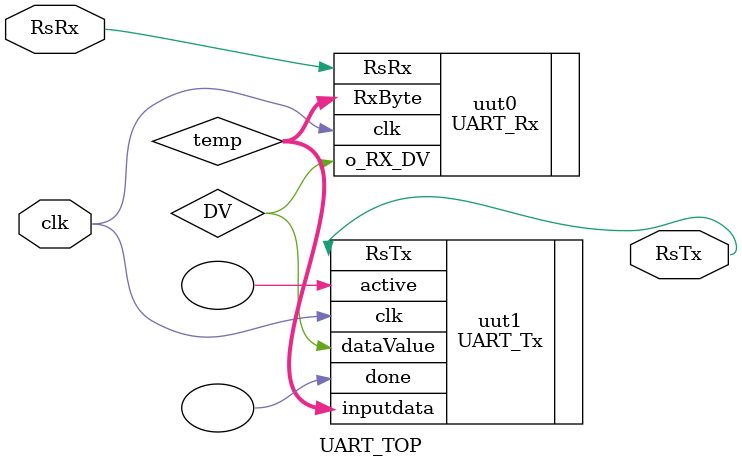
<source format=v>
`timescale 1ns / 1ps


module UART_TOP(
    input clk,
    input RsRx,
    output RsTx
    );
    wire [7:0] temp;
    wire DV;
    //parameter clkperiod = 100;
    parameter CLKS_PER_BIT = 10416; //10416
    //parameter bitperiod = 104100;
    
    
    UART_Rx #(.CLKS_PER_BIT(CLKS_PER_BIT)) uut0 (.clk(clk), .RsRx(RsRx), .RxByte(temp), .o_RX_DV(DV));
    
    UART_Tx #(.CLKS_PER_BIT(CLKS_PER_BIT)) uut1 (.clk(clk), .inputdata(temp), .RsTx(RsTx), .dataValue(DV), .active(), .done());
endmodule

</source>
